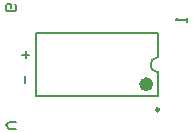
<source format=gbo>
G04 Layer_Color=46776*
%FSAX24Y24*%
%MOIN*%
G70*
G01*
G75*
%ADD23C,0.0098*%
%ADD24C,0.0079*%
%ADD25C,0.0060*%
%ADD34C,0.0236*%
%ADD35C,0.0070*%
D23*
X005561Y001100D02*
G03*
X005561Y001100I-000049J000000D01*
G01*
D24*
X005528Y002850D02*
G03*
X005528Y002350I000000J-000250D01*
G01*
X001472Y001557D02*
Y003643D01*
X005528Y002850D02*
Y003643D01*
Y001557D02*
Y002350D01*
X001472Y003643D02*
X005528D01*
X001472Y001557D02*
X005528D01*
D25*
X001095Y001990D02*
Y002223D01*
X001115Y002810D02*
Y003043D01*
X001232Y002927D02*
X000998D01*
X000800Y000460D02*
X000567D01*
X000450Y000577D01*
X000567Y000693D01*
X000800D01*
D34*
X005252Y001950D02*
G03*
X005252Y001950I-000118J000000D01*
G01*
D35*
X006500Y004150D02*
Y004027D01*
Y004088D01*
X006130D01*
X006192Y004150D01*
X000750Y004620D02*
X000810Y004560D01*
Y004440D01*
X000750Y004380D01*
X000510D01*
X000450Y004440D01*
Y004560D01*
X000510Y004620D01*
X000630D01*
Y004500D01*
M02*

</source>
